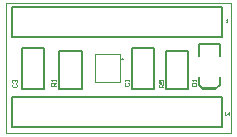
<source format=gto>
G04 Layer_Color=65535*
%FSLAX44Y44*%
%MOMM*%
G71*
G01*
G75*
%ADD14C,0.1000*%
%ADD15C,0.1016*%
%ADD19C,0.1270*%
%ADD20C,0.2000*%
%ADD21C,0.0508*%
%ADD22C,0.2032*%
D14*
X956280Y583690D02*
Y606690D01*
X935280D02*
X956280D01*
X935280Y583690D02*
Y606690D01*
Y583690D02*
X956280D01*
D15*
X860000Y650000D02*
X860000Y540000D01*
X860000Y650000D02*
X1050000D01*
X1050000Y650000D02*
X1050000Y650000D01*
X1050000Y540000D02*
Y650000D01*
X860000Y540000D02*
X1050000D01*
D19*
X1022970Y581042D02*
X1026780Y577232D01*
X1036940D01*
X1040750Y581042D01*
Y605045D02*
Y615205D01*
Y581042D02*
Y587265D01*
X1022970Y605045D02*
Y615205D01*
X1040750D01*
X1022970Y581042D02*
Y587265D01*
X1025764Y578248D02*
X1037956D01*
D20*
X994898Y609601D02*
X1013948D01*
X994898Y577597D02*
Y609601D01*
X1013948Y577597D02*
Y609601D01*
X994898Y577597D02*
X1013948D01*
X966252Y611887D02*
X985048D01*
Y577597D02*
Y611887D01*
X966252Y577597D02*
X985048D01*
X966252D02*
Y611887D01*
X905028Y609601D02*
X924078D01*
X905028Y577597D02*
Y609601D01*
X924078Y577597D02*
Y609601D01*
X905028Y577597D02*
X924078D01*
X873022D02*
X891818D01*
X873022D02*
Y611887D01*
X891818D01*
Y577597D02*
Y611887D01*
X865160Y621030D02*
X1042960D01*
Y646430D01*
X865160D02*
X1042960D01*
X865160Y621030D02*
Y646430D01*
X864900Y544830D02*
X1042700D01*
Y570230D01*
X864900D02*
X1042700D01*
X864900Y544830D02*
Y570230D01*
D21*
X1045000Y555000D02*
X1045846D01*
X1045423D01*
Y557539D01*
X1045000Y557116D01*
X1048386Y555000D02*
Y557539D01*
X1047116Y556270D01*
X1048809D01*
X1046146Y634000D02*
X1046992D01*
X1046569D01*
Y636539D01*
X1046146Y636116D01*
X1017191Y580270D02*
X1021000D01*
Y582174D01*
X1020365Y582809D01*
X1017826D01*
X1017191Y582174D01*
Y580270D01*
X1021000Y584078D02*
Y585348D01*
Y584713D01*
X1017191D01*
X1017826Y584078D01*
X993000Y579000D02*
X989191D01*
Y580904D01*
X989826Y581539D01*
X991096D01*
X991730Y580904D01*
Y579000D01*
Y580270D02*
X993000Y581539D01*
X989191Y585348D02*
Y582809D01*
X991096D01*
X990461Y584078D01*
Y584713D01*
X991096Y585348D01*
X992365D01*
X993000Y584713D01*
Y583444D01*
X992365Y582809D01*
X960826D02*
X960191Y582174D01*
Y580904D01*
X960826Y580270D01*
X963365D01*
X964000Y580904D01*
Y582174D01*
X963365Y582809D01*
X964000Y584078D02*
Y585348D01*
Y584713D01*
X960191D01*
X960826Y584078D01*
X902000Y580270D02*
X898191D01*
Y582174D01*
X898826Y582809D01*
X900096D01*
X900730Y582174D01*
Y580270D01*
Y581539D02*
X902000Y582809D01*
Y584078D02*
Y585348D01*
Y584713D01*
X898191D01*
X898826Y584078D01*
X865826Y581539D02*
X865191Y580904D01*
Y579635D01*
X865826Y579000D01*
X868365D01*
X869000Y579635D01*
Y580904D01*
X868365Y581539D01*
X865826Y582809D02*
X865191Y583444D01*
Y584713D01*
X865826Y585348D01*
X866461D01*
X867096Y584713D01*
Y584078D01*
Y584713D01*
X867730Y585348D01*
X868365D01*
X869000Y584713D01*
Y583444D01*
X868365Y582809D01*
D22*
X958250Y602750D02*
Y603173D01*
X958673D01*
Y602750D01*
X958250D01*
M02*

</source>
